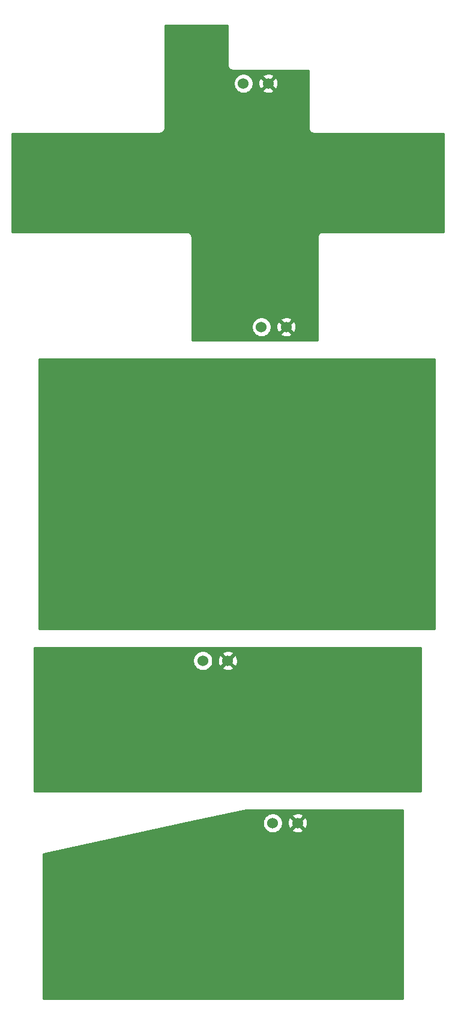
<source format=gbr>
G04 #@! TF.GenerationSoftware,KiCad,Pcbnew,5.1.2-f72e74a~84~ubuntu18.04.1*
G04 #@! TF.CreationDate,2019-07-08T15:28:50+02:00*
G04 #@! TF.ProjectId,prototype_1,70726f74-6f74-4797-9065-5f312e6b6963,rev?*
G04 #@! TF.SameCoordinates,Original*
G04 #@! TF.FileFunction,Copper,L2,Bot*
G04 #@! TF.FilePolarity,Positive*
%FSLAX46Y46*%
G04 Gerber Fmt 4.6, Leading zero omitted, Abs format (unit mm)*
G04 Created by KiCad (PCBNEW 5.1.2-f72e74a~84~ubuntu18.04.1) date 2019-07-08 15:28:50*
%MOMM*%
%LPD*%
G04 APERTURE LIST*
%ADD10C,1.524000*%
%ADD11C,0.800000*%
%ADD12C,0.400000*%
%ADD13C,0.254000*%
G04 APERTURE END LIST*
D10*
X101290000Y-151130000D03*
X97790000Y-151130000D03*
X91440000Y-128270000D03*
X87940000Y-128270000D03*
X99695000Y-81280000D03*
X96195000Y-81280000D03*
X97155000Y-46990000D03*
X93655000Y-46990000D03*
D11*
X66040000Y-170180000D03*
X67310000Y-170180000D03*
X67310000Y-165100000D03*
X66040000Y-165100000D03*
X114300000Y-170180000D03*
X115570000Y-170180000D03*
X115570000Y-165100000D03*
X114300000Y-165100000D03*
X93120000Y-166650000D03*
X93120000Y-167550000D03*
X93120000Y-165750000D03*
X93980000Y-165750000D03*
X94820000Y-167550000D03*
X94820000Y-165750000D03*
X94820000Y-166650000D03*
X93980000Y-167550000D03*
X93980000Y-166650000D03*
X113030000Y-165100000D03*
X113030000Y-170180000D03*
X68580000Y-165100000D03*
X68580000Y-170180000D03*
X115570000Y-138430000D03*
X115570000Y-143510000D03*
X118110000Y-143510000D03*
X116840000Y-143510000D03*
X118110000Y-138430000D03*
X116840000Y-138430000D03*
X67310000Y-143510000D03*
X67310000Y-138430000D03*
X66040000Y-143510000D03*
X64770000Y-143530000D03*
X64770000Y-138430000D03*
X66040000Y-138430000D03*
D12*
X91440000Y-140400000D03*
X91440000Y-141540000D03*
X91440000Y-140970000D03*
D11*
X104995000Y-115315000D03*
X88475000Y-115315000D03*
X106925000Y-94115000D03*
X118745000Y-107315000D03*
X120015000Y-107315000D03*
X120015000Y-102235000D03*
X118745000Y-102235000D03*
X66675000Y-107315000D03*
X65405000Y-107315000D03*
X66675000Y-102235000D03*
X65405000Y-102235000D03*
X67945000Y-102235000D03*
X67945000Y-107315000D03*
X117475000Y-107315000D03*
X117475000Y-102235000D03*
X83625000Y-94115000D03*
X83820000Y-95115000D03*
X82905000Y-94915000D03*
X82625000Y-93980000D03*
X83185000Y-93165000D03*
X84025000Y-93115000D03*
X106680000Y-93115000D03*
X107625000Y-93345000D03*
X107875000Y-94315000D03*
X107375000Y-95065000D03*
X106525000Y-95065000D03*
X88265000Y-114300000D03*
X89125000Y-114415000D03*
X89465000Y-115315000D03*
X89225000Y-116205000D03*
X88265000Y-116415000D03*
X104775000Y-114300000D03*
X105725000Y-114465000D03*
X105975000Y-115315000D03*
X105725000Y-116215000D03*
X104775000Y-116415000D03*
X121285000Y-63500000D03*
X120015000Y-63500000D03*
X118745000Y-63500000D03*
X121285000Y-58420000D03*
X120015000Y-58420000D03*
X118745000Y-58420000D03*
X64135000Y-63500000D03*
X62865000Y-63500000D03*
X61595000Y-63500000D03*
X61595000Y-58420000D03*
X62865000Y-58420000D03*
X64135000Y-58420000D03*
X93925000Y-60960000D03*
X93345000Y-60350000D03*
X93345000Y-61550000D03*
X92725000Y-60960000D03*
D13*
G36*
X116180000Y-175870000D02*
G01*
X65430000Y-175870000D01*
X65430000Y-155471937D01*
X86035834Y-150992408D01*
X96393000Y-150992408D01*
X96393000Y-151267592D01*
X96446686Y-151537490D01*
X96551995Y-151791727D01*
X96704880Y-152020535D01*
X96899465Y-152215120D01*
X97128273Y-152368005D01*
X97382510Y-152473314D01*
X97652408Y-152527000D01*
X97927592Y-152527000D01*
X98197490Y-152473314D01*
X98451727Y-152368005D01*
X98680535Y-152215120D01*
X98800090Y-152095565D01*
X100504040Y-152095565D01*
X100571020Y-152335656D01*
X100820048Y-152452756D01*
X101087135Y-152519023D01*
X101362017Y-152531910D01*
X101634133Y-152490922D01*
X101893023Y-152397636D01*
X102008980Y-152335656D01*
X102075960Y-152095565D01*
X101290000Y-151309605D01*
X100504040Y-152095565D01*
X98800090Y-152095565D01*
X98875120Y-152020535D01*
X99028005Y-151791727D01*
X99133314Y-151537490D01*
X99187000Y-151267592D01*
X99187000Y-151202017D01*
X99888090Y-151202017D01*
X99929078Y-151474133D01*
X100022364Y-151733023D01*
X100084344Y-151848980D01*
X100324435Y-151915960D01*
X101110395Y-151130000D01*
X101469605Y-151130000D01*
X102255565Y-151915960D01*
X102495656Y-151848980D01*
X102612756Y-151599952D01*
X102679023Y-151332865D01*
X102691910Y-151057983D01*
X102650922Y-150785867D01*
X102557636Y-150526977D01*
X102495656Y-150411020D01*
X102255565Y-150344040D01*
X101469605Y-151130000D01*
X101110395Y-151130000D01*
X100324435Y-150344040D01*
X100084344Y-150411020D01*
X99967244Y-150660048D01*
X99900977Y-150927135D01*
X99888090Y-151202017D01*
X99187000Y-151202017D01*
X99187000Y-150992408D01*
X99133314Y-150722510D01*
X99028005Y-150468273D01*
X98875120Y-150239465D01*
X98800090Y-150164435D01*
X100504040Y-150164435D01*
X101290000Y-150950395D01*
X102075960Y-150164435D01*
X102008980Y-149924344D01*
X101759952Y-149807244D01*
X101492865Y-149740977D01*
X101217983Y-149728090D01*
X100945867Y-149769078D01*
X100686977Y-149862364D01*
X100571020Y-149924344D01*
X100504040Y-150164435D01*
X98800090Y-150164435D01*
X98680535Y-150044880D01*
X98451727Y-149891995D01*
X98197490Y-149786686D01*
X97927592Y-149733000D01*
X97652408Y-149733000D01*
X97382510Y-149786686D01*
X97128273Y-149891995D01*
X96899465Y-150044880D01*
X96704880Y-150239465D01*
X96551995Y-150468273D01*
X96446686Y-150722510D01*
X96393000Y-150992408D01*
X86035834Y-150992408D01*
X94050912Y-149250000D01*
X116180001Y-149250000D01*
X116180000Y-175870000D01*
X116180000Y-175870000D01*
G37*
X116180000Y-175870000D02*
X65430000Y-175870000D01*
X65430000Y-155471937D01*
X86035834Y-150992408D01*
X96393000Y-150992408D01*
X96393000Y-151267592D01*
X96446686Y-151537490D01*
X96551995Y-151791727D01*
X96704880Y-152020535D01*
X96899465Y-152215120D01*
X97128273Y-152368005D01*
X97382510Y-152473314D01*
X97652408Y-152527000D01*
X97927592Y-152527000D01*
X98197490Y-152473314D01*
X98451727Y-152368005D01*
X98680535Y-152215120D01*
X98800090Y-152095565D01*
X100504040Y-152095565D01*
X100571020Y-152335656D01*
X100820048Y-152452756D01*
X101087135Y-152519023D01*
X101362017Y-152531910D01*
X101634133Y-152490922D01*
X101893023Y-152397636D01*
X102008980Y-152335656D01*
X102075960Y-152095565D01*
X101290000Y-151309605D01*
X100504040Y-152095565D01*
X98800090Y-152095565D01*
X98875120Y-152020535D01*
X99028005Y-151791727D01*
X99133314Y-151537490D01*
X99187000Y-151267592D01*
X99187000Y-151202017D01*
X99888090Y-151202017D01*
X99929078Y-151474133D01*
X100022364Y-151733023D01*
X100084344Y-151848980D01*
X100324435Y-151915960D01*
X101110395Y-151130000D01*
X101469605Y-151130000D01*
X102255565Y-151915960D01*
X102495656Y-151848980D01*
X102612756Y-151599952D01*
X102679023Y-151332865D01*
X102691910Y-151057983D01*
X102650922Y-150785867D01*
X102557636Y-150526977D01*
X102495656Y-150411020D01*
X102255565Y-150344040D01*
X101469605Y-151130000D01*
X101110395Y-151130000D01*
X100324435Y-150344040D01*
X100084344Y-150411020D01*
X99967244Y-150660048D01*
X99900977Y-150927135D01*
X99888090Y-151202017D01*
X99187000Y-151202017D01*
X99187000Y-150992408D01*
X99133314Y-150722510D01*
X99028005Y-150468273D01*
X98875120Y-150239465D01*
X98800090Y-150164435D01*
X100504040Y-150164435D01*
X101290000Y-150950395D01*
X102075960Y-150164435D01*
X102008980Y-149924344D01*
X101759952Y-149807244D01*
X101492865Y-149740977D01*
X101217983Y-149728090D01*
X100945867Y-149769078D01*
X100686977Y-149862364D01*
X100571020Y-149924344D01*
X100504040Y-150164435D01*
X98800090Y-150164435D01*
X98680535Y-150044880D01*
X98451727Y-149891995D01*
X98197490Y-149786686D01*
X97927592Y-149733000D01*
X97652408Y-149733000D01*
X97382510Y-149786686D01*
X97128273Y-149891995D01*
X96899465Y-150044880D01*
X96704880Y-150239465D01*
X96551995Y-150468273D01*
X96446686Y-150722510D01*
X96393000Y-150992408D01*
X86035834Y-150992408D01*
X94050912Y-149250000D01*
X116180001Y-149250000D01*
X116180000Y-175870000D01*
G36*
X118720001Y-146660000D02*
G01*
X64160000Y-146660000D01*
X64160000Y-128132408D01*
X86543000Y-128132408D01*
X86543000Y-128407592D01*
X86596686Y-128677490D01*
X86701995Y-128931727D01*
X86854880Y-129160535D01*
X87049465Y-129355120D01*
X87278273Y-129508005D01*
X87532510Y-129613314D01*
X87802408Y-129667000D01*
X88077592Y-129667000D01*
X88347490Y-129613314D01*
X88601727Y-129508005D01*
X88830535Y-129355120D01*
X88950090Y-129235565D01*
X90654040Y-129235565D01*
X90721020Y-129475656D01*
X90970048Y-129592756D01*
X91237135Y-129659023D01*
X91512017Y-129671910D01*
X91784133Y-129630922D01*
X92043023Y-129537636D01*
X92158980Y-129475656D01*
X92225960Y-129235565D01*
X91440000Y-128449605D01*
X90654040Y-129235565D01*
X88950090Y-129235565D01*
X89025120Y-129160535D01*
X89178005Y-128931727D01*
X89283314Y-128677490D01*
X89337000Y-128407592D01*
X89337000Y-128342017D01*
X90038090Y-128342017D01*
X90079078Y-128614133D01*
X90172364Y-128873023D01*
X90234344Y-128988980D01*
X90474435Y-129055960D01*
X91260395Y-128270000D01*
X91619605Y-128270000D01*
X92405565Y-129055960D01*
X92645656Y-128988980D01*
X92762756Y-128739952D01*
X92829023Y-128472865D01*
X92841910Y-128197983D01*
X92800922Y-127925867D01*
X92707636Y-127666977D01*
X92645656Y-127551020D01*
X92405565Y-127484040D01*
X91619605Y-128270000D01*
X91260395Y-128270000D01*
X90474435Y-127484040D01*
X90234344Y-127551020D01*
X90117244Y-127800048D01*
X90050977Y-128067135D01*
X90038090Y-128342017D01*
X89337000Y-128342017D01*
X89337000Y-128132408D01*
X89283314Y-127862510D01*
X89178005Y-127608273D01*
X89025120Y-127379465D01*
X88950090Y-127304435D01*
X90654040Y-127304435D01*
X91440000Y-128090395D01*
X92225960Y-127304435D01*
X92158980Y-127064344D01*
X91909952Y-126947244D01*
X91642865Y-126880977D01*
X91367983Y-126868090D01*
X91095867Y-126909078D01*
X90836977Y-127002364D01*
X90721020Y-127064344D01*
X90654040Y-127304435D01*
X88950090Y-127304435D01*
X88830535Y-127184880D01*
X88601727Y-127031995D01*
X88347490Y-126926686D01*
X88077592Y-126873000D01*
X87802408Y-126873000D01*
X87532510Y-126926686D01*
X87278273Y-127031995D01*
X87049465Y-127184880D01*
X86854880Y-127379465D01*
X86701995Y-127608273D01*
X86596686Y-127862510D01*
X86543000Y-128132408D01*
X64160000Y-128132408D01*
X64160000Y-126390000D01*
X118720000Y-126390000D01*
X118720001Y-146660000D01*
X118720001Y-146660000D01*
G37*
X118720001Y-146660000D02*
X64160000Y-146660000D01*
X64160000Y-128132408D01*
X86543000Y-128132408D01*
X86543000Y-128407592D01*
X86596686Y-128677490D01*
X86701995Y-128931727D01*
X86854880Y-129160535D01*
X87049465Y-129355120D01*
X87278273Y-129508005D01*
X87532510Y-129613314D01*
X87802408Y-129667000D01*
X88077592Y-129667000D01*
X88347490Y-129613314D01*
X88601727Y-129508005D01*
X88830535Y-129355120D01*
X88950090Y-129235565D01*
X90654040Y-129235565D01*
X90721020Y-129475656D01*
X90970048Y-129592756D01*
X91237135Y-129659023D01*
X91512017Y-129671910D01*
X91784133Y-129630922D01*
X92043023Y-129537636D01*
X92158980Y-129475656D01*
X92225960Y-129235565D01*
X91440000Y-128449605D01*
X90654040Y-129235565D01*
X88950090Y-129235565D01*
X89025120Y-129160535D01*
X89178005Y-128931727D01*
X89283314Y-128677490D01*
X89337000Y-128407592D01*
X89337000Y-128342017D01*
X90038090Y-128342017D01*
X90079078Y-128614133D01*
X90172364Y-128873023D01*
X90234344Y-128988980D01*
X90474435Y-129055960D01*
X91260395Y-128270000D01*
X91619605Y-128270000D01*
X92405565Y-129055960D01*
X92645656Y-128988980D01*
X92762756Y-128739952D01*
X92829023Y-128472865D01*
X92841910Y-128197983D01*
X92800922Y-127925867D01*
X92707636Y-127666977D01*
X92645656Y-127551020D01*
X92405565Y-127484040D01*
X91619605Y-128270000D01*
X91260395Y-128270000D01*
X90474435Y-127484040D01*
X90234344Y-127551020D01*
X90117244Y-127800048D01*
X90050977Y-128067135D01*
X90038090Y-128342017D01*
X89337000Y-128342017D01*
X89337000Y-128132408D01*
X89283314Y-127862510D01*
X89178005Y-127608273D01*
X89025120Y-127379465D01*
X88950090Y-127304435D01*
X90654040Y-127304435D01*
X91440000Y-128090395D01*
X92225960Y-127304435D01*
X92158980Y-127064344D01*
X91909952Y-126947244D01*
X91642865Y-126880977D01*
X91367983Y-126868090D01*
X91095867Y-126909078D01*
X90836977Y-127002364D01*
X90721020Y-127064344D01*
X90654040Y-127304435D01*
X88950090Y-127304435D01*
X88830535Y-127184880D01*
X88601727Y-127031995D01*
X88347490Y-126926686D01*
X88077592Y-126873000D01*
X87802408Y-126873000D01*
X87532510Y-126926686D01*
X87278273Y-127031995D01*
X87049465Y-127184880D01*
X86854880Y-127379465D01*
X86701995Y-127608273D01*
X86596686Y-127862510D01*
X86543000Y-128132408D01*
X64160000Y-128132408D01*
X64160000Y-126390000D01*
X118720000Y-126390000D01*
X118720001Y-146660000D01*
G36*
X120625001Y-123800000D02*
G01*
X64795000Y-123800000D01*
X64795000Y-85750000D01*
X120625000Y-85750000D01*
X120625001Y-123800000D01*
X120625001Y-123800000D01*
G37*
X120625001Y-123800000D02*
X64795000Y-123800000D01*
X64795000Y-85750000D01*
X120625000Y-85750000D01*
X120625001Y-123800000D01*
G36*
X91415000Y-44417581D02*
G01*
X91411807Y-44450000D01*
X91424550Y-44579383D01*
X91462290Y-44703793D01*
X91523575Y-44818450D01*
X91606052Y-44918948D01*
X91706550Y-45001425D01*
X91821207Y-45062710D01*
X91945617Y-45100450D01*
X92075000Y-45113193D01*
X92107419Y-45110000D01*
X102845001Y-45110000D01*
X102845000Y-53307581D01*
X102841807Y-53340000D01*
X102854550Y-53469383D01*
X102892290Y-53593793D01*
X102953575Y-53708450D01*
X103036052Y-53808948D01*
X103136550Y-53891425D01*
X103251207Y-53952710D01*
X103375617Y-53990450D01*
X103505000Y-54003193D01*
X103537419Y-54000000D01*
X121895001Y-54000000D01*
X121895000Y-67920000D01*
X104807419Y-67920000D01*
X104775000Y-67916807D01*
X104742581Y-67920000D01*
X104645617Y-67929550D01*
X104521207Y-67967290D01*
X104406550Y-68028575D01*
X104306052Y-68111052D01*
X104223575Y-68211550D01*
X104162290Y-68326207D01*
X104124550Y-68450617D01*
X104111807Y-68580000D01*
X104115001Y-68612429D01*
X104115000Y-83160000D01*
X86385000Y-83160000D01*
X86385000Y-81142408D01*
X94798000Y-81142408D01*
X94798000Y-81417592D01*
X94851686Y-81687490D01*
X94956995Y-81941727D01*
X95109880Y-82170535D01*
X95304465Y-82365120D01*
X95533273Y-82518005D01*
X95787510Y-82623314D01*
X96057408Y-82677000D01*
X96332592Y-82677000D01*
X96602490Y-82623314D01*
X96856727Y-82518005D01*
X97085535Y-82365120D01*
X97205090Y-82245565D01*
X98909040Y-82245565D01*
X98976020Y-82485656D01*
X99225048Y-82602756D01*
X99492135Y-82669023D01*
X99767017Y-82681910D01*
X100039133Y-82640922D01*
X100298023Y-82547636D01*
X100413980Y-82485656D01*
X100480960Y-82245565D01*
X99695000Y-81459605D01*
X98909040Y-82245565D01*
X97205090Y-82245565D01*
X97280120Y-82170535D01*
X97433005Y-81941727D01*
X97538314Y-81687490D01*
X97592000Y-81417592D01*
X97592000Y-81352017D01*
X98293090Y-81352017D01*
X98334078Y-81624133D01*
X98427364Y-81883023D01*
X98489344Y-81998980D01*
X98729435Y-82065960D01*
X99515395Y-81280000D01*
X99874605Y-81280000D01*
X100660565Y-82065960D01*
X100900656Y-81998980D01*
X101017756Y-81749952D01*
X101084023Y-81482865D01*
X101096910Y-81207983D01*
X101055922Y-80935867D01*
X100962636Y-80676977D01*
X100900656Y-80561020D01*
X100660565Y-80494040D01*
X99874605Y-81280000D01*
X99515395Y-81280000D01*
X98729435Y-80494040D01*
X98489344Y-80561020D01*
X98372244Y-80810048D01*
X98305977Y-81077135D01*
X98293090Y-81352017D01*
X97592000Y-81352017D01*
X97592000Y-81142408D01*
X97538314Y-80872510D01*
X97433005Y-80618273D01*
X97280120Y-80389465D01*
X97205090Y-80314435D01*
X98909040Y-80314435D01*
X99695000Y-81100395D01*
X100480960Y-80314435D01*
X100413980Y-80074344D01*
X100164952Y-79957244D01*
X99897865Y-79890977D01*
X99622983Y-79878090D01*
X99350867Y-79919078D01*
X99091977Y-80012364D01*
X98976020Y-80074344D01*
X98909040Y-80314435D01*
X97205090Y-80314435D01*
X97085535Y-80194880D01*
X96856727Y-80041995D01*
X96602490Y-79936686D01*
X96332592Y-79883000D01*
X96057408Y-79883000D01*
X95787510Y-79936686D01*
X95533273Y-80041995D01*
X95304465Y-80194880D01*
X95109880Y-80389465D01*
X94956995Y-80618273D01*
X94851686Y-80872510D01*
X94798000Y-81142408D01*
X86385000Y-81142408D01*
X86385000Y-68612418D01*
X86388193Y-68580000D01*
X86375450Y-68450617D01*
X86337710Y-68326207D01*
X86276425Y-68211550D01*
X86193948Y-68111052D01*
X86093450Y-68028575D01*
X85978793Y-67967290D01*
X85854383Y-67929550D01*
X85757419Y-67920000D01*
X85725000Y-67916807D01*
X85692581Y-67920000D01*
X60985000Y-67920000D01*
X60985000Y-54000000D01*
X81882581Y-54000000D01*
X81915000Y-54003193D01*
X81947419Y-54000000D01*
X82044383Y-53990450D01*
X82168793Y-53952710D01*
X82283450Y-53891425D01*
X82383948Y-53808948D01*
X82466425Y-53708450D01*
X82527710Y-53593793D01*
X82565450Y-53469383D01*
X82578193Y-53340000D01*
X82575000Y-53307581D01*
X82575000Y-46852408D01*
X92258000Y-46852408D01*
X92258000Y-47127592D01*
X92311686Y-47397490D01*
X92416995Y-47651727D01*
X92569880Y-47880535D01*
X92764465Y-48075120D01*
X92993273Y-48228005D01*
X93247510Y-48333314D01*
X93517408Y-48387000D01*
X93792592Y-48387000D01*
X94062490Y-48333314D01*
X94316727Y-48228005D01*
X94545535Y-48075120D01*
X94665090Y-47955565D01*
X96369040Y-47955565D01*
X96436020Y-48195656D01*
X96685048Y-48312756D01*
X96952135Y-48379023D01*
X97227017Y-48391910D01*
X97499133Y-48350922D01*
X97758023Y-48257636D01*
X97873980Y-48195656D01*
X97940960Y-47955565D01*
X97155000Y-47169605D01*
X96369040Y-47955565D01*
X94665090Y-47955565D01*
X94740120Y-47880535D01*
X94893005Y-47651727D01*
X94998314Y-47397490D01*
X95052000Y-47127592D01*
X95052000Y-47062017D01*
X95753090Y-47062017D01*
X95794078Y-47334133D01*
X95887364Y-47593023D01*
X95949344Y-47708980D01*
X96189435Y-47775960D01*
X96975395Y-46990000D01*
X97334605Y-46990000D01*
X98120565Y-47775960D01*
X98360656Y-47708980D01*
X98477756Y-47459952D01*
X98544023Y-47192865D01*
X98556910Y-46917983D01*
X98515922Y-46645867D01*
X98422636Y-46386977D01*
X98360656Y-46271020D01*
X98120565Y-46204040D01*
X97334605Y-46990000D01*
X96975395Y-46990000D01*
X96189435Y-46204040D01*
X95949344Y-46271020D01*
X95832244Y-46520048D01*
X95765977Y-46787135D01*
X95753090Y-47062017D01*
X95052000Y-47062017D01*
X95052000Y-46852408D01*
X94998314Y-46582510D01*
X94893005Y-46328273D01*
X94740120Y-46099465D01*
X94665090Y-46024435D01*
X96369040Y-46024435D01*
X97155000Y-46810395D01*
X97940960Y-46024435D01*
X97873980Y-45784344D01*
X97624952Y-45667244D01*
X97357865Y-45600977D01*
X97082983Y-45588090D01*
X96810867Y-45629078D01*
X96551977Y-45722364D01*
X96436020Y-45784344D01*
X96369040Y-46024435D01*
X94665090Y-46024435D01*
X94545535Y-45904880D01*
X94316727Y-45751995D01*
X94062490Y-45646686D01*
X93792592Y-45593000D01*
X93517408Y-45593000D01*
X93247510Y-45646686D01*
X92993273Y-45751995D01*
X92764465Y-45904880D01*
X92569880Y-46099465D01*
X92416995Y-46328273D01*
X92311686Y-46582510D01*
X92258000Y-46852408D01*
X82575000Y-46852408D01*
X82575000Y-38760000D01*
X91415001Y-38760000D01*
X91415000Y-44417581D01*
X91415000Y-44417581D01*
G37*
X91415000Y-44417581D02*
X91411807Y-44450000D01*
X91424550Y-44579383D01*
X91462290Y-44703793D01*
X91523575Y-44818450D01*
X91606052Y-44918948D01*
X91706550Y-45001425D01*
X91821207Y-45062710D01*
X91945617Y-45100450D01*
X92075000Y-45113193D01*
X92107419Y-45110000D01*
X102845001Y-45110000D01*
X102845000Y-53307581D01*
X102841807Y-53340000D01*
X102854550Y-53469383D01*
X102892290Y-53593793D01*
X102953575Y-53708450D01*
X103036052Y-53808948D01*
X103136550Y-53891425D01*
X103251207Y-53952710D01*
X103375617Y-53990450D01*
X103505000Y-54003193D01*
X103537419Y-54000000D01*
X121895001Y-54000000D01*
X121895000Y-67920000D01*
X104807419Y-67920000D01*
X104775000Y-67916807D01*
X104742581Y-67920000D01*
X104645617Y-67929550D01*
X104521207Y-67967290D01*
X104406550Y-68028575D01*
X104306052Y-68111052D01*
X104223575Y-68211550D01*
X104162290Y-68326207D01*
X104124550Y-68450617D01*
X104111807Y-68580000D01*
X104115001Y-68612429D01*
X104115000Y-83160000D01*
X86385000Y-83160000D01*
X86385000Y-81142408D01*
X94798000Y-81142408D01*
X94798000Y-81417592D01*
X94851686Y-81687490D01*
X94956995Y-81941727D01*
X95109880Y-82170535D01*
X95304465Y-82365120D01*
X95533273Y-82518005D01*
X95787510Y-82623314D01*
X96057408Y-82677000D01*
X96332592Y-82677000D01*
X96602490Y-82623314D01*
X96856727Y-82518005D01*
X97085535Y-82365120D01*
X97205090Y-82245565D01*
X98909040Y-82245565D01*
X98976020Y-82485656D01*
X99225048Y-82602756D01*
X99492135Y-82669023D01*
X99767017Y-82681910D01*
X100039133Y-82640922D01*
X100298023Y-82547636D01*
X100413980Y-82485656D01*
X100480960Y-82245565D01*
X99695000Y-81459605D01*
X98909040Y-82245565D01*
X97205090Y-82245565D01*
X97280120Y-82170535D01*
X97433005Y-81941727D01*
X97538314Y-81687490D01*
X97592000Y-81417592D01*
X97592000Y-81352017D01*
X98293090Y-81352017D01*
X98334078Y-81624133D01*
X98427364Y-81883023D01*
X98489344Y-81998980D01*
X98729435Y-82065960D01*
X99515395Y-81280000D01*
X99874605Y-81280000D01*
X100660565Y-82065960D01*
X100900656Y-81998980D01*
X101017756Y-81749952D01*
X101084023Y-81482865D01*
X101096910Y-81207983D01*
X101055922Y-80935867D01*
X100962636Y-80676977D01*
X100900656Y-80561020D01*
X100660565Y-80494040D01*
X99874605Y-81280000D01*
X99515395Y-81280000D01*
X98729435Y-80494040D01*
X98489344Y-80561020D01*
X98372244Y-80810048D01*
X98305977Y-81077135D01*
X98293090Y-81352017D01*
X97592000Y-81352017D01*
X97592000Y-81142408D01*
X97538314Y-80872510D01*
X97433005Y-80618273D01*
X97280120Y-80389465D01*
X97205090Y-80314435D01*
X98909040Y-80314435D01*
X99695000Y-81100395D01*
X100480960Y-80314435D01*
X100413980Y-80074344D01*
X100164952Y-79957244D01*
X99897865Y-79890977D01*
X99622983Y-79878090D01*
X99350867Y-79919078D01*
X99091977Y-80012364D01*
X98976020Y-80074344D01*
X98909040Y-80314435D01*
X97205090Y-80314435D01*
X97085535Y-80194880D01*
X96856727Y-80041995D01*
X96602490Y-79936686D01*
X96332592Y-79883000D01*
X96057408Y-79883000D01*
X95787510Y-79936686D01*
X95533273Y-80041995D01*
X95304465Y-80194880D01*
X95109880Y-80389465D01*
X94956995Y-80618273D01*
X94851686Y-80872510D01*
X94798000Y-81142408D01*
X86385000Y-81142408D01*
X86385000Y-68612418D01*
X86388193Y-68580000D01*
X86375450Y-68450617D01*
X86337710Y-68326207D01*
X86276425Y-68211550D01*
X86193948Y-68111052D01*
X86093450Y-68028575D01*
X85978793Y-67967290D01*
X85854383Y-67929550D01*
X85757419Y-67920000D01*
X85725000Y-67916807D01*
X85692581Y-67920000D01*
X60985000Y-67920000D01*
X60985000Y-54000000D01*
X81882581Y-54000000D01*
X81915000Y-54003193D01*
X81947419Y-54000000D01*
X82044383Y-53990450D01*
X82168793Y-53952710D01*
X82283450Y-53891425D01*
X82383948Y-53808948D01*
X82466425Y-53708450D01*
X82527710Y-53593793D01*
X82565450Y-53469383D01*
X82578193Y-53340000D01*
X82575000Y-53307581D01*
X82575000Y-46852408D01*
X92258000Y-46852408D01*
X92258000Y-47127592D01*
X92311686Y-47397490D01*
X92416995Y-47651727D01*
X92569880Y-47880535D01*
X92764465Y-48075120D01*
X92993273Y-48228005D01*
X93247510Y-48333314D01*
X93517408Y-48387000D01*
X93792592Y-48387000D01*
X94062490Y-48333314D01*
X94316727Y-48228005D01*
X94545535Y-48075120D01*
X94665090Y-47955565D01*
X96369040Y-47955565D01*
X96436020Y-48195656D01*
X96685048Y-48312756D01*
X96952135Y-48379023D01*
X97227017Y-48391910D01*
X97499133Y-48350922D01*
X97758023Y-48257636D01*
X97873980Y-48195656D01*
X97940960Y-47955565D01*
X97155000Y-47169605D01*
X96369040Y-47955565D01*
X94665090Y-47955565D01*
X94740120Y-47880535D01*
X94893005Y-47651727D01*
X94998314Y-47397490D01*
X95052000Y-47127592D01*
X95052000Y-47062017D01*
X95753090Y-47062017D01*
X95794078Y-47334133D01*
X95887364Y-47593023D01*
X95949344Y-47708980D01*
X96189435Y-47775960D01*
X96975395Y-46990000D01*
X97334605Y-46990000D01*
X98120565Y-47775960D01*
X98360656Y-47708980D01*
X98477756Y-47459952D01*
X98544023Y-47192865D01*
X98556910Y-46917983D01*
X98515922Y-46645867D01*
X98422636Y-46386977D01*
X98360656Y-46271020D01*
X98120565Y-46204040D01*
X97334605Y-46990000D01*
X96975395Y-46990000D01*
X96189435Y-46204040D01*
X95949344Y-46271020D01*
X95832244Y-46520048D01*
X95765977Y-46787135D01*
X95753090Y-47062017D01*
X95052000Y-47062017D01*
X95052000Y-46852408D01*
X94998314Y-46582510D01*
X94893005Y-46328273D01*
X94740120Y-46099465D01*
X94665090Y-46024435D01*
X96369040Y-46024435D01*
X97155000Y-46810395D01*
X97940960Y-46024435D01*
X97873980Y-45784344D01*
X97624952Y-45667244D01*
X97357865Y-45600977D01*
X97082983Y-45588090D01*
X96810867Y-45629078D01*
X96551977Y-45722364D01*
X96436020Y-45784344D01*
X96369040Y-46024435D01*
X94665090Y-46024435D01*
X94545535Y-45904880D01*
X94316727Y-45751995D01*
X94062490Y-45646686D01*
X93792592Y-45593000D01*
X93517408Y-45593000D01*
X93247510Y-45646686D01*
X92993273Y-45751995D01*
X92764465Y-45904880D01*
X92569880Y-46099465D01*
X92416995Y-46328273D01*
X92311686Y-46582510D01*
X92258000Y-46852408D01*
X82575000Y-46852408D01*
X82575000Y-38760000D01*
X91415001Y-38760000D01*
X91415000Y-44417581D01*
M02*

</source>
